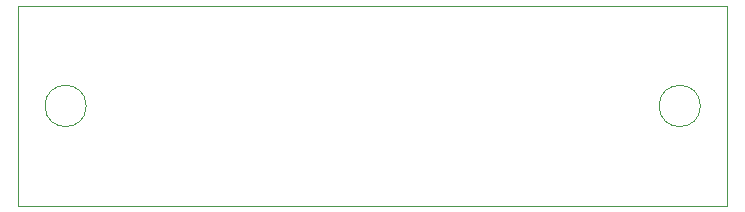
<source format=gbr>
G04 #@! TF.GenerationSoftware,KiCad,Pcbnew,(5.1.5)-3*
G04 #@! TF.CreationDate,2020-03-19T11:10:08+02:00*
G04 #@! TF.ProjectId,RightSidePanel,52696768-7453-4696-9465-50616e656c2e,rev?*
G04 #@! TF.SameCoordinates,Original*
G04 #@! TF.FileFunction,Profile,NP*
%FSLAX46Y46*%
G04 Gerber Fmt 4.6, Leading zero omitted, Abs format (unit mm)*
G04 Created by KiCad (PCBNEW (5.1.5)-3) date 2020-03-19 11:10:08*
%MOMM*%
%LPD*%
G04 APERTURE LIST*
%ADD10C,0.100000*%
G04 APERTURE END LIST*
D10*
X112750000Y-138750000D02*
G75*
G03X112750000Y-138750000I-1750000J0D01*
G01*
X60750000Y-138750000D02*
G75*
G03X60750000Y-138750000I-1750000J0D01*
G01*
X115000000Y-147250000D02*
X55000000Y-147250000D01*
X115000000Y-130250000D02*
X115000000Y-147250000D01*
X55000000Y-130250000D02*
X115000000Y-130250000D01*
X55000000Y-147250000D02*
X55000000Y-130250000D01*
M02*

</source>
